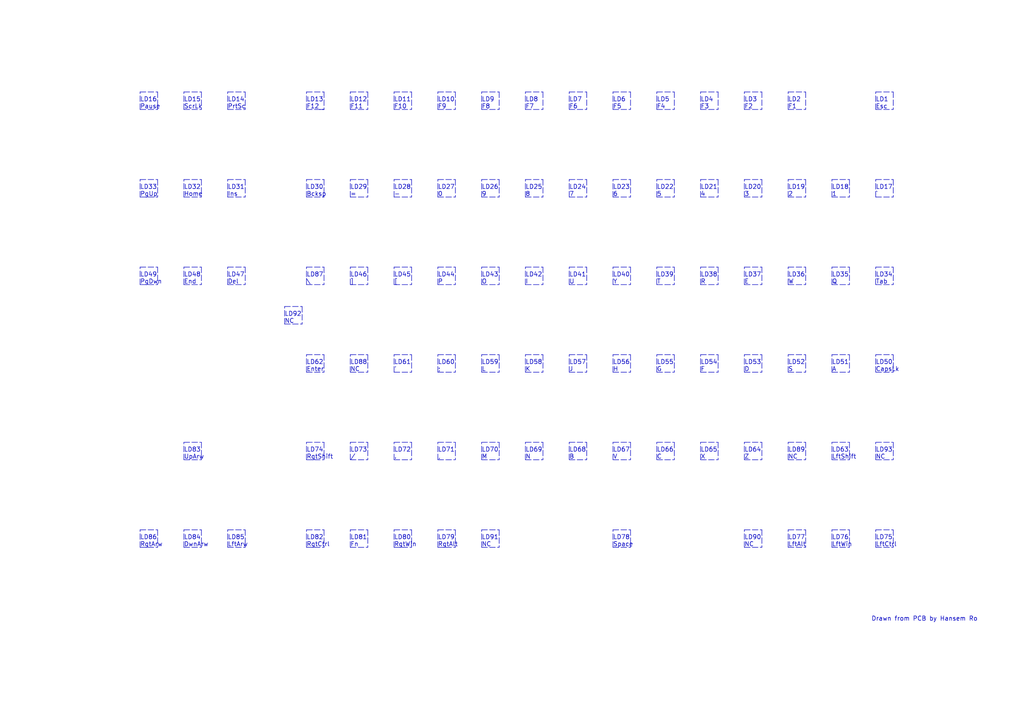
<source format=kicad_sch>
(kicad_sch (version 20211123) (generator eeschema)
  (paper "A4")
  (lib_symbols)
  (polyline (pts (xy 132.08 52.07) (xy 132.08 57.15)))
  (polyline (pts (xy 254 52.07) (xy 259.08 52.07)))
  (polyline (pts (xy 82.55 93.98) (xy 82.55 88.9)))
  (polyline (pts (xy 157.48 52.07) (xy 157.48 57.15)))
  (polyline (pts (xy 228.6 31.75) (xy 233.68 31.75)))
  (polyline (pts (xy 215.9 82.55) (xy 215.9 77.47)))
  (polyline (pts (xy 215.9 57.15) (xy 220.98 57.15)))
  (polyline (pts (xy 195.58 102.87) (xy 195.58 107.95)))
  (polyline (pts (xy 233.68 26.67) (xy 233.68 31.75)))
  (polyline (pts (xy 139.7 133.35) (xy 144.78 133.35)))
  (polyline (pts (xy 139.7 82.55) (xy 144.78 82.55)))
  (polyline (pts (xy 152.4 57.15) (xy 157.48 57.15)))
  (polyline (pts (xy 215.9 52.07) (xy 220.98 52.07)))
  (polyline (pts (xy 177.8 153.67) (xy 182.88 153.67)))
  (polyline (pts (xy 101.6 107.95) (xy 106.68 107.95)))
  (polyline (pts (xy 177.8 82.55) (xy 177.8 77.47)))
  (polyline (pts (xy 177.8 158.75) (xy 182.88 158.75)))
  (polyline (pts (xy 241.3 107.95) (xy 246.38 107.95)))
  (polyline (pts (xy 246.38 153.67) (xy 246.38 158.75)))
  (polyline (pts (xy 157.48 77.47) (xy 157.48 82.55)))
  (polyline (pts (xy 106.68 52.07) (xy 106.68 57.15)))
  (polyline (pts (xy 228.6 82.55) (xy 228.6 77.47)))
  (polyline (pts (xy 228.6 31.75) (xy 228.6 26.67)))
  (polyline (pts (xy 241.3 57.15) (xy 241.3 52.07)))
  (polyline (pts (xy 58.42 77.47) (xy 58.42 82.55)))
  (polyline (pts (xy 241.3 158.75) (xy 246.38 158.75)))
  (polyline (pts (xy 114.3 31.75) (xy 119.38 31.75)))
  (polyline (pts (xy 259.08 128.27) (xy 259.08 133.35)))
  (polyline (pts (xy 190.5 82.55) (xy 190.5 77.47)))
  (polyline (pts (xy 228.6 158.75) (xy 228.6 153.67)))
  (polyline (pts (xy 144.78 52.07) (xy 144.78 57.15)))
  (polyline (pts (xy 203.2 82.55) (xy 203.2 77.47)))
  (polyline (pts (xy 88.9 31.75) (xy 88.9 26.67)))
  (polyline (pts (xy 40.64 82.55) (xy 45.72 82.55)))
  (polyline (pts (xy 220.98 52.07) (xy 220.98 57.15)))
  (polyline (pts (xy 177.8 26.67) (xy 182.88 26.67)))
  (polyline (pts (xy 259.08 153.67) (xy 259.08 158.75)))
  (polyline (pts (xy 203.2 133.35) (xy 208.28 133.35)))
  (polyline (pts (xy 170.18 102.87) (xy 170.18 107.95)))
  (polyline (pts (xy 71.12 153.67) (xy 71.12 158.75)))
  (polyline (pts (xy 139.7 158.75) (xy 144.78 158.75)))
  (polyline (pts (xy 139.7 153.67) (xy 144.78 153.67)))
  (polyline (pts (xy 165.1 52.07) (xy 170.18 52.07)))
  (polyline (pts (xy 241.3 82.55) (xy 241.3 77.47)))
  (polyline (pts (xy 165.1 133.35) (xy 165.1 128.27)))
  (polyline (pts (xy 228.6 153.67) (xy 233.68 153.67)))
  (polyline (pts (xy 88.9 107.95) (xy 93.98 107.95)))
  (polyline (pts (xy 215.9 153.67) (xy 220.98 153.67)))
  (polyline (pts (xy 182.88 26.67) (xy 182.88 31.75)))
  (polyline (pts (xy 203.2 77.47) (xy 208.28 77.47)))
  (polyline (pts (xy 93.98 102.87) (xy 93.98 107.95)))
  (polyline (pts (xy 170.18 26.67) (xy 170.18 31.75)))
  (polyline (pts (xy 203.2 57.15) (xy 208.28 57.15)))
  (polyline (pts (xy 58.42 26.67) (xy 58.42 31.75)))
  (polyline (pts (xy 241.3 128.27) (xy 246.38 128.27)))
  (polyline (pts (xy 88.9 107.95) (xy 88.9 102.87)))
  (polyline (pts (xy 254 82.55) (xy 259.08 82.55)))
  (polyline (pts (xy 190.5 133.35) (xy 195.58 133.35)))
  (polyline (pts (xy 88.9 133.35) (xy 93.98 133.35)))
  (polyline (pts (xy 114.3 102.87) (xy 119.38 102.87)))
  (polyline (pts (xy 190.5 128.27) (xy 195.58 128.27)))
  (polyline (pts (xy 254 26.67) (xy 259.08 26.67)))
  (polyline (pts (xy 53.34 52.07) (xy 58.42 52.07)))
  (polyline (pts (xy 215.9 158.75) (xy 220.98 158.75)))
  (polyline (pts (xy 127 133.35) (xy 127 128.27)))
  (polyline (pts (xy 58.42 153.67) (xy 58.42 158.75)))
  (polyline (pts (xy 152.4 82.55) (xy 157.48 82.55)))
  (polyline (pts (xy 101.6 57.15) (xy 101.6 52.07)))
  (polyline (pts (xy 215.9 31.75) (xy 220.98 31.75)))
  (polyline (pts (xy 139.7 82.55) (xy 139.7 77.47)))
  (polyline (pts (xy 132.08 102.87) (xy 132.08 107.95)))
  (polyline (pts (xy 165.1 57.15) (xy 170.18 57.15)))
  (polyline (pts (xy 152.4 107.95) (xy 152.4 102.87)))
  (polyline (pts (xy 127 31.75) (xy 132.08 31.75)))
  (polyline (pts (xy 139.7 128.27) (xy 144.78 128.27)))
  (polyline (pts (xy 139.7 133.35) (xy 139.7 128.27)))
  (polyline (pts (xy 66.04 31.75) (xy 71.12 31.75)))
  (polyline (pts (xy 114.3 107.95) (xy 114.3 102.87)))
  (polyline (pts (xy 139.7 31.75) (xy 144.78 31.75)))
  (polyline (pts (xy 165.1 26.67) (xy 170.18 26.67)))
  (polyline (pts (xy 114.3 128.27) (xy 119.38 128.27)))
  (polyline (pts (xy 101.6 82.55) (xy 106.68 82.55)))
  (polyline (pts (xy 177.8 158.75) (xy 177.8 153.67)))
  (polyline (pts (xy 241.3 57.15) (xy 246.38 57.15)))
  (polyline (pts (xy 259.08 52.07) (xy 259.08 57.15)))
  (polyline (pts (xy 165.1 31.75) (xy 170.18 31.75)))
  (polyline (pts (xy 182.88 77.47) (xy 182.88 82.55)))
  (polyline (pts (xy 208.28 128.27) (xy 208.28 133.35)))
  (polyline (pts (xy 182.88 128.27) (xy 182.88 133.35)))
  (polyline (pts (xy 190.5 77.47) (xy 195.58 77.47)))
  (polyline (pts (xy 66.04 153.67) (xy 71.12 153.67)))
  (polyline (pts (xy 139.7 102.87) (xy 144.78 102.87)))
  (polyline (pts (xy 119.38 102.87) (xy 119.38 107.95)))
  (polyline (pts (xy 93.98 52.07) (xy 93.98 57.15)))
  (polyline (pts (xy 254 57.15) (xy 254 52.07)))
  (polyline (pts (xy 152.4 57.15) (xy 152.4 52.07)))
  (polyline (pts (xy 208.28 77.47) (xy 208.28 82.55)))
  (polyline (pts (xy 228.6 82.55) (xy 233.68 82.55)))
  (polyline (pts (xy 114.3 52.07) (xy 119.38 52.07)))
  (polyline (pts (xy 40.64 82.55) (xy 40.64 77.47)))
  (polyline (pts (xy 114.3 153.67) (xy 119.38 153.67)))
  (polyline (pts (xy 93.98 153.67) (xy 93.98 158.75)))
  (polyline (pts (xy 40.64 31.75) (xy 40.64 26.67)))
  (polyline (pts (xy 88.9 26.67) (xy 93.98 26.67)))
  (polyline (pts (xy 106.68 26.67) (xy 106.68 31.75)))
  (polyline (pts (xy 165.1 57.15) (xy 165.1 52.07)))
  (polyline (pts (xy 254 82.55) (xy 254 77.47)))
  (polyline (pts (xy 220.98 77.47) (xy 220.98 82.55)))
  (polyline (pts (xy 53.34 26.67) (xy 58.42 26.67)))
  (polyline (pts (xy 215.9 102.87) (xy 220.98 102.87)))
  (polyline (pts (xy 254 107.95) (xy 254 102.87)))
  (polyline (pts (xy 40.64 26.67) (xy 45.72 26.67)))
  (polyline (pts (xy 177.8 31.75) (xy 177.8 26.67)))
  (polyline (pts (xy 203.2 133.35) (xy 203.2 128.27)))
  (polyline (pts (xy 152.4 31.75) (xy 157.48 31.75)))
  (polyline (pts (xy 139.7 57.15) (xy 144.78 57.15)))
  (polyline (pts (xy 127 158.75) (xy 127 153.67)))
  (polyline (pts (xy 233.68 128.27) (xy 233.68 133.35)))
  (polyline (pts (xy 165.1 107.95) (xy 170.18 107.95)))
  (polyline (pts (xy 152.4 107.95) (xy 157.48 107.95)))
  (polyline (pts (xy 246.38 128.27) (xy 246.38 133.35)))
  (polyline (pts (xy 127 153.67) (xy 132.08 153.67)))
  (polyline (pts (xy 165.1 107.95) (xy 165.1 102.87)))
  (polyline (pts (xy 114.3 158.75) (xy 114.3 153.67)))
  (polyline (pts (xy 208.28 102.87) (xy 208.28 107.95)))
  (polyline (pts (xy 233.68 52.07) (xy 233.68 57.15)))
  (polyline (pts (xy 88.9 82.55) (xy 93.98 82.55)))
  (polyline (pts (xy 190.5 52.07) (xy 195.58 52.07)))
  (polyline (pts (xy 45.72 52.07) (xy 45.72 57.15)))
  (polyline (pts (xy 190.5 82.55) (xy 195.58 82.55)))
  (polyline (pts (xy 254 158.75) (xy 259.08 158.75)))
  (polyline (pts (xy 88.9 52.07) (xy 93.98 52.07)))
  (polyline (pts (xy 215.9 57.15) (xy 215.9 52.07)))
  (polyline (pts (xy 259.08 26.67) (xy 259.08 31.75)))
  (polyline (pts (xy 177.8 102.87) (xy 182.88 102.87)))
  (polyline (pts (xy 190.5 107.95) (xy 195.58 107.95)))
  (polyline (pts (xy 88.9 77.47) (xy 93.98 77.47)))
  (polyline (pts (xy 119.38 26.67) (xy 119.38 31.75)))
  (polyline (pts (xy 246.38 52.07) (xy 246.38 57.15)))
  (polyline (pts (xy 254 107.95) (xy 259.08 107.95)))
  (polyline (pts (xy 152.4 52.07) (xy 157.48 52.07)))
  (polyline (pts (xy 152.4 82.55) (xy 152.4 77.47)))
  (polyline (pts (xy 45.72 26.67) (xy 45.72 31.75)))
  (polyline (pts (xy 127 57.15) (xy 132.08 57.15)))
  (polyline (pts (xy 53.34 133.35) (xy 58.42 133.35)))
  (polyline (pts (xy 177.8 82.55) (xy 182.88 82.55)))
  (polyline (pts (xy 93.98 128.27) (xy 93.98 133.35)))
  (polyline (pts (xy 40.64 158.75) (xy 40.64 153.67)))
  (polyline (pts (xy 208.28 52.07) (xy 208.28 57.15)))
  (polyline (pts (xy 203.2 82.55) (xy 208.28 82.55)))
  (polyline (pts (xy 190.5 133.35) (xy 190.5 128.27)))
  (polyline (pts (xy 88.9 158.75) (xy 88.9 153.67)))
  (polyline (pts (xy 66.04 158.75) (xy 71.12 158.75)))
  (polyline (pts (xy 241.3 158.75) (xy 241.3 153.67)))
  (polyline (pts (xy 241.3 133.35) (xy 246.38 133.35)))
  (polyline (pts (xy 228.6 26.67) (xy 233.68 26.67)))
  (polyline (pts (xy 40.64 57.15) (xy 40.64 52.07)))
  (polyline (pts (xy 228.6 77.47) (xy 233.68 77.47)))
  (polyline (pts (xy 127 31.75) (xy 127 26.67)))
  (polyline (pts (xy 58.42 52.07) (xy 58.42 57.15)))
  (polyline (pts (xy 114.3 158.75) (xy 119.38 158.75)))
  (polyline (pts (xy 203.2 52.07) (xy 208.28 52.07)))
  (polyline (pts (xy 254 133.35) (xy 259.08 133.35)))
  (polyline (pts (xy 228.6 133.35) (xy 228.6 128.27)))
  (polyline (pts (xy 215.9 31.75) (xy 215.9 26.67)))
  (polyline (pts (xy 58.42 128.27) (xy 58.42 133.35)))
  (polyline (pts (xy 177.8 133.35) (xy 177.8 128.27)))
  (polyline (pts (xy 101.6 128.27) (xy 106.68 128.27)))
  (polyline (pts (xy 114.3 82.55) (xy 114.3 77.47)))
  (polyline (pts (xy 66.04 57.15) (xy 66.04 52.07)))
  (polyline (pts (xy 114.3 107.95) (xy 119.38 107.95)))
  (polyline (pts (xy 88.9 31.75) (xy 93.98 31.75)))
  (polyline (pts (xy 119.38 77.47) (xy 119.38 82.55)))
  (polyline (pts (xy 203.2 31.75) (xy 208.28 31.75)))
  (polyline (pts (xy 170.18 128.27) (xy 170.18 133.35)))
  (polyline (pts (xy 182.88 153.67) (xy 182.88 158.75)))
  (polyline (pts (xy 127 128.27) (xy 132.08 128.27)))
  (polyline (pts (xy 114.3 133.35) (xy 114.3 128.27)))
  (polyline (pts (xy 132.08 128.27) (xy 132.08 133.35)))
  (polyline (pts (xy 190.5 57.15) (xy 190.5 52.07)))
  (polyline (pts (xy 215.9 133.35) (xy 220.98 133.35)))
  (polyline (pts (xy 144.78 77.47) (xy 144.78 82.55)))
  (polyline (pts (xy 220.98 102.87) (xy 220.98 107.95)))
  (polyline (pts (xy 139.7 26.67) (xy 144.78 26.67)))
  (polyline (pts (xy 139.7 52.07) (xy 144.78 52.07)))
  (polyline (pts (xy 53.34 57.15) (xy 53.34 52.07)))
  (polyline (pts (xy 127 26.67) (xy 132.08 26.67)))
  (polyline (pts (xy 127 107.95) (xy 127 102.87)))
  (polyline (pts (xy 215.9 82.55) (xy 220.98 82.55)))
  (polyline (pts (xy 165.1 31.75) (xy 165.1 26.67)))
  (polyline (pts (xy 66.04 26.67) (xy 71.12 26.67)))
  (polyline (pts (xy 215.9 128.27) (xy 220.98 128.27)))
  (polyline (pts (xy 182.88 102.87) (xy 182.88 107.95)))
  (polyline (pts (xy 208.28 26.67) (xy 208.28 31.75)))
  (polyline (pts (xy 127 57.15) (xy 127 52.07)))
  (polyline (pts (xy 190.5 31.75) (xy 195.58 31.75)))
  (polyline (pts (xy 66.04 82.55) (xy 66.04 77.47)))
  (polyline (pts (xy 139.7 107.95) (xy 139.7 102.87)))
  (polyline (pts (xy 88.9 57.15) (xy 93.98 57.15)))
  (polyline (pts (xy 45.72 153.67) (xy 45.72 158.75)))
  (polyline (pts (xy 177.8 77.47) (xy 182.88 77.47)))
  (polyline (pts (xy 101.6 26.67) (xy 106.68 26.67)))
  (polyline (pts (xy 152.4 26.67) (xy 157.48 26.67)))
  (polyline (pts (xy 254 153.67) (xy 259.08 153.67)))
  (polyline (pts (xy 215.9 158.75) (xy 215.9 153.67)))
  (polyline (pts (xy 114.3 77.47) (xy 119.38 77.47)))
  (polyline (pts (xy 165.1 82.55) (xy 165.1 77.47)))
  (polyline (pts (xy 132.08 77.47) (xy 132.08 82.55)))
  (polyline (pts (xy 139.7 107.95) (xy 144.78 107.95)))
  (polyline (pts (xy 170.18 77.47) (xy 170.18 82.55)))
  (polyline (pts (xy 93.98 77.47) (xy 93.98 82.55)))
  (polyline (pts (xy 82.55 88.9) (xy 87.63 88.9)))
  (polyline (pts (xy 101.6 107.95) (xy 101.6 102.87)))
  (polyline (pts (xy 53.34 57.15) (xy 58.42 57.15)))
  (polyline (pts (xy 152.4 77.47) (xy 157.48 77.47)))
  (polyline (pts (xy 106.68 153.67) (xy 106.68 158.75)))
  (polyline (pts (xy 254 102.87) (xy 259.08 102.87)))
  (polyline (pts (xy 53.34 77.47) (xy 58.42 77.47)))
  (polyline (pts (xy 93.98 31.75) (xy 92.71 31.75)))
  (polyline (pts (xy 114.3 57.15) (xy 119.38 57.15)))
  (polyline (pts (xy 82.55 93.98) (xy 87.63 93.98)))
  (polyline (pts (xy 87.63 88.9) (xy 87.63 93.98)))
  (polyline (pts (xy 165.1 77.47) (xy 170.18 77.47)))
  (polyline (pts (xy 215.9 133.35) (xy 215.9 128.27)))
  (polyline (pts (xy 228.6 102.87) (xy 233.68 102.87)))
  (polyline (pts (xy 127 82.55) (xy 132.08 82.55)))
  (polyline (pts (xy 203.2 128.27) (xy 208.28 128.27)))
  (polyline (pts (xy 215.9 77.47) (xy 220.98 77.47)))
  (polyline (pts (xy 88.9 102.87) (xy 93.98 102.87)))
  (polyline (pts (xy 101.6 133.35) (xy 101.6 128.27)))
  (polyline (pts (xy 106.68 102.87) (xy 106.68 107.95)))
  (polyline (pts (xy 45.72 77.47) (xy 45.72 82.55)))
  (polyline (pts (xy 177.8 57.15) (xy 182.88 57.15)))
  (polyline (pts (xy 203.2 107.95) (xy 203.2 102.87)))
  (polyline (pts (xy 53.34 133.35) (xy 53.34 128.27)))
  (polyline (pts (xy 203.2 102.87) (xy 208.28 102.87)))
  (polyline (pts (xy 88.9 82.55) (xy 88.9 77.47)))
  (polyline (pts (xy 203.2 107.95) (xy 208.28 107.95)))
  (polyline (pts (xy 177.8 31.75) (xy 182.88 31.75)))
  (polyline (pts (xy 93.98 26.67) (xy 93.98 31.75)))
  (polyline (pts (xy 139.7 77.47) (xy 144.78 77.47)))
  (polyline (pts (xy 228.6 133.35) (xy 233.68 133.35)))
  (polyline (pts (xy 127 107.95) (xy 132.08 107.95)))
  (polyline (pts (xy 177.8 107.95) (xy 182.88 107.95)))
  (polyline (pts (xy 195.58 128.27) (xy 195.58 133.35)))
  (polyline (pts (xy 177.8 57.15) (xy 177.8 52.07)))
  (polyline (pts (xy 220.98 153.67) (xy 220.98 158.75)))
  (polyline (pts (xy 114.3 31.75) (xy 114.3 26.67)))
  (polyline (pts (xy 53.34 158.75) (xy 58.42 158.75)))
  (polyline (pts (xy 101.6 52.07) (xy 106.68 52.07)))
  (polyline (pts (xy 71.12 26.67) (xy 71.12 31.75)))
  (polyline (pts (xy 119.38 128.27) (xy 119.38 133.35)))
  (polyline (pts (xy 195.58 26.67) (xy 195.58 31.75)))
  (polyline (pts (xy 53.34 153.67) (xy 58.42 153.67)))
  (polyline (pts (xy 228.6 128.27) (xy 233.68 128.27)))
  (polyline (pts (xy 241.3 153.67) (xy 246.38 153.67)))
  (polyline (pts (xy 228.6 57.15) (xy 233.68 57.15)))
  (polyline (pts (xy 66.04 77.47) (xy 71.12 77.47)))
  (polyline (pts (xy 88.9 158.75) (xy 93.98 158.75)))
  (polyline (pts (xy 165.1 102.87) (xy 170.18 102.87)))
  (polyline (pts (xy 144.78 153.67) (xy 144.78 158.75)))
  (polyline (pts (xy 114.3 26.67) (xy 119.38 26.67)))
  (polyline (pts (xy 254 31.75) (xy 254 26.67)))
  (polyline (pts (xy 152.4 102.87) (xy 157.48 102.87)))
  (polyline (pts (xy 228.6 107.95) (xy 233.68 107.95)))
  (polyline (pts (xy 106.68 77.47) (xy 106.68 82.55)))
  (polyline (pts (xy 177.8 128.27) (xy 182.88 128.27)))
  (polyline (pts (xy 190.5 57.15) (xy 195.58 57.15)))
  (polyline (pts (xy 40.64 77.47) (xy 45.72 77.47)))
  (polyline (pts (xy 241.3 52.07) (xy 246.38 52.07)))
  (polyline (pts (xy 233.68 153.67) (xy 233.68 158.75)))
  (polyline (pts (xy 203.2 57.15) (xy 203.2 52.07)))
  (polyline (pts (xy 66.04 158.75) (xy 66.04 153.67)))
  (polyline (pts (xy 152.4 128.27) (xy 157.48 128.27)))
  (polyline (pts (xy 228.6 107.95) (xy 228.6 102.87)))
  (polyline (pts (xy 40.64 31.75) (xy 45.72 31.75)))
  (polyline (pts (xy 127 77.47) (xy 132.08 77.47)))
  (polyline (pts (xy 101.6 31.75) (xy 106.68 31.75)))
  (polyline (pts (xy 190.5 107.95) (xy 190.5 102.87)))
  (polyline (pts (xy 66.04 52.07) (xy 71.12 52.07)))
  (polyline (pts (xy 101.6 102.87) (xy 106.68 102.87)))
  (polyline (pts (xy 215.9 107.95) (xy 215.9 102.87)))
  (polyline (pts (xy 127 102.87) (xy 132.08 102.87)))
  (polyline (pts (xy 152.4 133.35) (xy 152.4 128.27)))
  (polyline (pts (xy 127 82.55) (xy 127 77.47)))
  (polyline (pts (xy 127 133.35) (xy 132.08 133.35)))
  (polyline (pts (xy 165.1 82.55) (xy 170.18 82.55)))
  (polyline (pts (xy 66.04 82.55) (xy 71.12 82.55)))
  (polyline (pts (xy 66.04 31.75) (xy 66.04 26.67)))
  (polyline (pts (xy 101.6 158.75) (xy 106.68 158.75)))
  (polyline (pts (xy 215.9 107.95) (xy 220.98 107.95)))
  (polyline (pts (xy 220.98 26.67) (xy 220.98 31.75)))
  (polyline (pts (xy 40.64 57.15) (xy 45.72 57.15)))
  (polyline (pts (xy 152.4 133.35) (xy 157.48 133.35)))
  (polyline (pts (xy 139.7 57.15) (xy 139.7 52.07)))
  (polyline (pts (xy 53.34 158.75) (xy 53.34 153.67)))
  (polyline (pts (xy 101.6 31.75) (xy 101.6 26.67)))
  (polyline (pts (xy 139.7 31.75) (xy 139.7 26.67)))
  (polyline (pts (xy 165.1 133.35) (xy 170.18 133.35)))
  (polyline (pts (xy 40.64 52.07) (xy 45.72 52.07)))
  (polyline (pts (xy 233.68 77.47) (xy 233.68 82.55)))
  (polyline (pts (xy 101.6 57.15) (xy 106.68 57.15)))
  (polyline (pts (xy 190.5 31.75) (xy 190.5 26.67)))
  (polyline (pts (xy 190.5 26.67) (xy 195.58 26.67)))
  (polyline (pts (xy 88.9 133.35) (xy 88.9 128.27)))
  (polyline (pts (xy 203.2 31.75) (xy 203.2 26.67)))
  (polyline (pts (xy 157.48 128.27) (xy 157.48 133.35)))
  (polyline (pts (xy 88.9 57.15) (xy 88.9 52.07)))
  (polyline (pts (xy 88.9 128.27) (xy 93.98 128.27)))
  (polyline (pts (xy 246.38 102.87) (xy 246.38 107.95)))
  (polyline (pts (xy 165.1 128.27) (xy 170.18 128.27)))
  (polyline (pts (xy 71.12 52.07) (xy 71.12 57.15)))
  (polyline (pts (xy 139.7 158.75) (xy 139.7 153.67)))
  (polyline (pts (xy 241.3 133.35) (xy 241.3 128.27)))
  (polyline (pts (xy 195.58 52.07) (xy 195.58 57.15)))
  (polyline (pts (xy 119.38 153.67) (xy 119.38 158.75)))
  (polyline (pts (xy 132.08 26.67) (xy 132.08 31.75)))
  (polyline (pts (xy 228.6 158.75) (xy 233.68 158.75)))
  (polyline (pts (xy 106.68 128.27) (xy 106.68 133.35)))
  (polyline (pts (xy 228.6 57.15) (xy 228.6 52.07)))
  (polyline (pts (xy 88.9 153.67) (xy 93.98 153.67)))
  (polyline (pts (xy 254 128.27) (xy 259.08 128.27)))
  (polyline (pts (xy 101.6 153.67) (xy 106.68 153.67)))
  (polyline (pts (xy 190.5 102.87) (xy 195.58 102.87)))
  (polyline (pts (xy 101.6 133.35) (xy 106.68 133.35)))
  (polyline (pts (xy 259.08 77.47) (xy 259.08 82.55)))
  (polyline (pts (xy 177.8 133.35) (xy 182.88 133.35)))
  (polyline (pts (xy 132.08 153.67) (xy 132.08 158.75)))
  (polyline (pts (xy 40.64 153.67) (xy 45.72 153.67)))
  (polyline (pts (xy 254 77.47) (xy 259.08 77.47)))
  (polyline (pts (xy 127 52.07) (xy 132.08 52.07)))
  (polyline (pts (xy 114.3 57.15) (xy 114.3 52.07)))
  (polyline (pts (xy 254 158.75) (xy 254 153.67)))
  (polyline (pts (xy 53.34 31.75) (xy 58.42 31.75)))
  (polyline (pts (xy 254 133.35) (xy 254 128.27)))
  (polyline (pts (xy 241.3 102.87) (xy 246.38 102.87)))
  (polyline (pts (xy 195.58 77.47) (xy 195.58 82.55)))
  (polyline (pts (xy 215.9 26.67) (xy 220.98 26.67)))
  (polyline (pts (xy 254 31.75) (xy 259.08 31.75)))
  (polyline (pts (xy 241.3 77.47) (xy 246.38 77.47)))
  (polyline (pts (xy 53.34 31.75) (xy 53.34 26.67)))
  (polyline (pts (xy 144.78 128.27) (xy 144.78 133.35)))
  (polyline (pts (xy 228.6 52.07) (xy 233.68 52.07)))
  (polyline (pts (xy 241.3 107.95) (xy 241.3 102.87)))
  (polyline (pts (xy 127 158.75) (xy 132.08 158.75)))
  (polyline (pts (xy 254 57.15) (xy 259.08 57.15)))
  (polyline (pts (xy 152.4 31.75) (xy 152.4 26.67)))
  (polyline (pts (xy 157.48 26.67) (xy 157.48 31.75)))
  (polyline (pts (xy 119.38 52.07) (xy 119.38 57.15)))
  (polyline (pts (xy 114.3 82.55) (xy 119.38 82.55)))
  (polyline (pts (xy 53.34 82.55) (xy 53.34 77.47)))
  (polyline (pts (xy 241.3 82.55) (xy 246.38 82.55)))
  (polyline (pts (xy 233.68 102.87) (xy 233.68 107.95)))
  (polyline (pts (xy 114.3 133.35) (xy 119.38 133.35)))
  (polyline (pts (xy 66.04 57.15) (xy 71.12 57.15)))
  (polyline (pts (xy 259.08 102.87) (xy 259.08 107.95)))
  (polyline (pts (xy 144.78 26.67) (xy 144.78 31.75)))
  (polyline (pts (xy 170.18 52.07) (xy 170.18 57.15)))
  (polyline (pts (xy 101.6 77.47) (xy 106.68 77.47)))
  (polyline (pts (xy 53.34 82.55) (xy 58.42 82.55)))
  (polyline (pts (xy 220.98 128.27) (xy 220.98 133.35)))
  (polyline (pts (xy 144.78 102.87) (xy 144.78 107.95)))
  (polyline (pts (xy 101.6 82.55) (xy 101.6 77.47)))
  (polyline (pts (xy 182.88 52.07) (xy 182.88 57.15)))
  (polyline (pts (xy 203.2 26.67) (xy 208.28 26.67)))
  (polyline (pts (xy 246.38 77.47) (xy 246.38 82.55)))
  (polyline (pts (xy 71.12 77.47) (xy 71.12 82.55)))
  (polyline (pts (xy 177.8 107.95) (xy 177.8 102.87)))
  (polyline (pts (xy 53.34 128.27) (xy 58.42 128.27)))
  (polyline (pts (xy 40.64 158.75) (xy 45.72 158.75)))
  (polyline (pts (xy 101.6 158.75) (xy 101.6 153.67)))
  (polyline (pts (xy 157.48 102.87) (xy 157.48 107.95)))
  (polyline (pts (xy 177.8 52.07) (xy 182.88 52.07)))
  (text "LD23\n6" (at 177.8 57.15 0) (effects (font (size 1.27 1.27)) (justify left bottom)))
  (text "LD21\n4" (at 203.2 57.15 0) (effects (font (size 1.27 1.27)) (justify left bottom)))
  (text "LD24\n7" (at 165.1 57.15 0) (effects (font (size 1.27 1.27)) (justify left bottom)))
  (text "LD58\nK" (at 152.4 107.95 0) (effects (font (size 1.27 1.27)) (justify left bottom)))
  (text "LD29\n=" (at 101.6 57.15 0) (effects (font (size 1.27 1.27)) (justify left bottom)))
  (text "LD13\nF12" (at 88.9 31.75 0) (effects (font (size 1.27 1.27)) (justify left bottom)))
  (text "LD82\nRgtCtrl" (at 88.9 158.75 0) (effects (font (size 1.27 1.27)) (justify left bottom)))
  (text "LD12\nF11" (at 101.6 31.75 0) (effects (font (size 1.27 1.27)) (justify left bottom)))
  (text "LD40\nY" (at 177.8 82.55 0) (effects (font (size 1.27 1.27)) (justify left bottom)))
  (text "LD7\nF6" (at 165.1 31.75 0) (effects (font (size 1.27 1.27)) (justify left bottom)))
  (text "LD14\nPrtSc" (at 66.04 31.75 0) (effects (font (size 1.27 1.27)) (justify left bottom)))
  (text "LD32\nHome" (at 53.34 57.15 0) (effects (font (size 1.27 1.27)) (justify left bottom)))
  (text "LD70\nM" (at 139.7 133.35 0) (effects (font (size 1.27 1.27)) (justify left bottom)))
  (text "LD93\nNC" (at 254 133.35 0) (effects (font (size 1.27 1.27)) (justify left bottom)))
  (text "LD41\nU" (at 165.1 82.55 0) (effects (font (size 1.27 1.27)) (justify left bottom)))
  (text "LD8\nF7" (at 152.4 31.75 0) (effects (font (size 1.27 1.27)) (justify left bottom)))
  (text "LD17\n`" (at 254 57.15 0) (effects (font (size 1.27 1.27)) (justify left bottom)))
  (text "LD46\n]" (at 101.6 82.55 0) (effects (font (size 1.27 1.27)) (justify left bottom)))
  (text "LD55\nG" (at 190.5 107.95 0) (effects (font (size 1.27 1.27)) (justify left bottom)))
  (text "LD4\nF3" (at 203.2 31.75 0) (effects (font (size 1.27 1.27)) (justify left bottom)))
  (text "LD11\nF10" (at 114.3 31.75 0) (effects (font (size 1.27 1.27)) (justify left bottom)))
  (text "LD27\n0" (at 127 57.15 0) (effects (font (size 1.27 1.27)) (justify left bottom)))
  (text "LD69\nN" (at 152.4 133.35 0) (effects (font (size 1.27 1.27)) (justify left bottom)))
  (text "LD72\n." (at 114.3 133.35 0) (effects (font (size 1.27 1.27)) (justify left bottom)))
  (text "LD64\nZ" (at 215.9 133.35 0) (effects (font (size 1.27 1.27)) (justify left bottom)))
  (text "LD37\nE" (at 215.9 82.55 0) (effects (font (size 1.27 1.27)) (justify left bottom)))
  (text "LD6\nF5" (at 177.8 31.75 0) (effects (font (size 1.27 1.27)) (justify left bottom)))
  (text "LD84\nDwnArw" (at 53.34 158.75 0) (effects (font (size 1.27 1.27)) (justify left bottom)))
  (text "LD54\nF" (at 203.2 107.95 0) (effects (font (size 1.27 1.27)) (justify left bottom)))
  (text "LD38\nR" (at 203.2 82.55 0) (effects (font (size 1.27 1.27)) (justify left bottom)))
  (text "LD80\nRgtWin" (at 114.3 158.75 0) (effects (font (size 1.27 1.27)) (justify left bottom)))
  (text "LD44\nP" (at 127 82.55 0) (effects (font (size 1.27 1.27)) (justify left bottom)))
  (text "LD52\nS" (at 228.6 107.95 0) (effects (font (size 1.27 1.27)) (justify left bottom)))
  (text "LD49\nPgDwn" (at 40.64 82.55 0) (effects (font (size 1.27 1.27)) (justify left bottom)))
  (text "LD89\nNC" (at 228.6 133.35 0) (effects (font (size 1.27 1.27)) (justify left bottom)))
  (text "LD87\n\\" (at 88.9 82.55 0) (effects (font (size 1.27 1.27)) (justify left bottom)))
  (text "LD25\n8" (at 152.4 57.15 0) (effects (font (size 1.27 1.27)) (justify left bottom)))
  (text "LD73\n/" (at 101.6 133.35 0) (effects (font (size 1.27 1.27)) (justify left bottom)))
  (text "LD3\nF2" (at 215.9 31.75 0) (effects (font (size 1.27 1.27)) (justify left bottom)))
  (text "LD30\nBcksp" (at 88.9 57.15 0) (effects (font (size 1.27 1.27)) (justify left bottom)))
  (text "LD56\nH" (at 177.8 107.95 0) (effects (font (size 1.27 1.27)) (justify left bottom)))
  (text "LD90\nNC" (at 215.9 158.75 0) (effects (font (size 1.27 1.27)) (justify left bottom)))
  (text "LD48\nEnd" (at 53.34 82.55 0) (effects (font (size 1.27 1.27)) (justify left bottom)))
  (text "LD2\nF1" (at 228.6 31.75 0) (effects (font (size 1.27 1.27)) (justify left bottom)))
  (text "LD57\nJ" (at 165.1 107.95 0) (effects (font (size 1.27 1.27)) (justify left bottom)))
  (text "LD22\n5" (at 190.5 57.15 0) (effects (font (size 1.27 1.27)) (justify left bottom)))
  (text "LD63\nLftShift" (at 241.3 133.35 0) (effects (font (size 1.27 1.27)) (justify left bottom)))
  (text "LD5\nF4" (at 190.5 31.75 0) (effects (font (size 1.27 1.27)) (justify left bottom)))
  (text "LD42\nI" (at 152.4 82.55 0) (effects (font (size 1.27 1.27)) (justify left bottom)))
  (text "LD1\nEsc" (at 254 31.75 0) (effects (font (size 1.27 1.27)) (justify left bottom)))
  (text "LD78\nSpace" (at 177.8 158.75 0) (effects (font (size 1.27 1.27)) (justify left bottom)))
  (text "LD19\n2" (at 228.6 57.15 0) (effects (font (size 1.27 1.27)) (justify left bottom)))
  (text "LD31\nIns" (at 66.04 57.15 0) (effects (font (size 1.27 1.27)) (justify left bottom)))
  (text "LD60\n;" (at 127 107.95 0) (effects (font (size 1.27 1.27)) (justify left bottom)))
  (text "LD91\nNC" (at 139.7 158.75 0) (effects (font (size 1.27 1.27)) (justify left bottom)))
  (text "LD43\nO" (at 139.7 82.55 0) (effects (font (size 1.27 1.27)) (justify left bottom)))
  (text "LD50\nCapsLk" (at 254 107.95 0) (effects (font (size 1.27 1.27)) (justify left bottom)))
  (text "LD10\nF9" (at 127 31.75 0) (effects (font (size 1.27 1.27)) (justify left bottom)))
  (text "LD71\n," (at 127 133.35 0) (effects (font (size 1.27 1.27)) (justify left bottom)))
  (text "LD75\nLftCtrl" (at 254 158.75 0) (effects (font (size 1.27 1.27)) (justify left bottom)))
  (text "LD74\nRgtShift" (at 88.9 133.35 0) (effects (font (size 1.27 1.27)) (justify left bottom)))
  (text "LD18\n1" (at 241.3 57.15 0) (effects (font (size 1.27 1.27)) (justify left bottom)))
  (text "LD28\n-" (at 114.3 57.15 0) (effects (font (size 1.27 1.27)) (justify left bottom)))
  (text "LD34\nTab" (at 254 82.55 0) (effects (font (size 1.27 1.27)) (justify left bottom)))
  (text "LD45\n[" (at 114.3 82.55 0) (effects (font (size 1.27 1.27)) (justify left bottom)))
  (text "LD33\nPgUp" (at 40.64 57.15 0) (effects (font (size 1.27 1.27)) (justify left bottom)))
  (text "Drawn from PCB by Hansem Ro" (at 252.73 180.34 0) (effects (font (size 1.27 1.27)) (justify left bottom)))
  (text "LD88\nNC" (at 101.6 107.95 0) (effects (font (size 1.27 1.27)) (justify left bottom)))
  (text "LD35\nQ" (at 241.3 82.55 0) (effects (font (size 1.27 1.27)) (justify left bottom)))
  (text "LD92\nNC" (at 82.55 93.98 0) (effects (font (size 1.27 1.27)) (justify left bottom)))
  (text "LD66\nC" (at 190.5 133.35 0) (effects (font (size 1.27 1.27)) (justify left bottom)))
  (text "LD65\nX" (at 203.2 133.35 0) (effects (font (size 1.27 1.27)) (justify left bottom)))
  (text "LD81\nFn" (at 101.6 158.75 0) (effects (font (size 1.27 1.27)) (justify left bottom)))
  (text "LD36\nW" (at 228.6 82.55 0) (effects (font (size 1.27 1.27)) (justify left bottom)))
  (text "LD20\n3" (at 215.9 57.15 0) (effects (font (size 1.27 1.27)) (justify left bottom)))
  (text "LD61\n'" (at 114.3 107.95 0) (effects (font (size 1.27 1.27)) (justify left bottom)))
  (text "LD59\nL" (at 139.7 107.95 0) (effects (font (size 1.27 1.27)) (justify left bottom)))
  (text "LD79\nRgtAlt" (at 127 158.75 0) (effects (font (size 1.27 1.27)) (justify left bottom)))
  (text "LD9\nF8" (at 139.7 31.75 0) (effects (font (size 1.27 1.27)) (justify left bottom)))
  (text "LD51\nA" (at 241.3 107.95 0) (effects (font (size 1.27 1.27)) (justify left bottom)))
  (text "LD53\nD" (at 215.9 107.95 0) (effects (font (size 1.27 1.27)) (justify left bottom)))
  (text "LD62\nEnter" (at 88.9 107.95 0) (effects (font (size 1.27 1.27)) (justify left bottom)))
  (text "LD86\nRgtArw" (at 40.64 158.75 0) (effects (font (size 1.27 1.27)) (justify left bottom)))
  (text "LD83\nUpArw" (at 53.34 133.35 0) (effects (font (size 1.27 1.27)) (justify left bottom)))
  (text "LD47\nDel" (at 66.04 82.55 0) (effects (font (size 1.27 1.27)) (justify left bottom)))
  (text "LD15\nScrLk" (at 53.34 31.75 0) (effects (font (size 1.27 1.27)) (justify left bottom)))
  (text "LD26\n9" (at 139.7 57.15 0) (effects (font (size 1.27 1.27)) (justify left bottom)))
  (text "LD76\nLftWin" (at 241.3 158.75 0) (effects (font (size 1.27 1.27)) (justify left bottom)))
  (text "LD67\nV" (at 177.8 133.35 0) (effects (font (size 1.27 1.27)) (justify left bottom)))
  (text "LD68\nB" (at 165.1 133.35 0) (effects (font (size 1.27 1.27)) (justify left bottom)))
  (text "LD77\nLftAlt" (at 228.6 158.75 0) (effects (font (size 1.27 1.27)) (justify left bottom)))
  (text "LD39\nT" (at 190.5 82.55 0) (effects (font (size 1.27 1.27)) (justify left bottom)))
  (text "LD85\nLftArw" (at 66.04 158.75 0) (effects (font (size 1.27 1.27)) (justify left bottom)))
  (text "LD16\nPause" (at 40.64 31.75 0) (effects (font (size 1.27 1.27)) (justify left bottom)))
)
</source>
